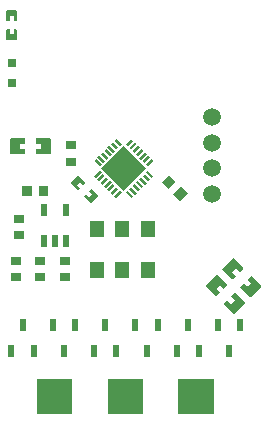
<source format=gtp>
G04 Layer: TopPasteMaskLayer*
G04 EasyEDA v6.4.24, 2021-09-13T20:31:56+08:00*
G04 7c28fe87c5d546dabd79321d24f41f1d,34bb6763e28e4bbdb854ef51fa08daf4,10*
G04 Gerber Generator version 0.2*
G04 Scale: 100 percent, Rotated: No, Reflected: No *
G04 Dimensions in millimeters *
G04 leading zeros omitted , absolute positions ,4 integer and 5 decimal *
%FSLAX45Y45*%
%MOMM*%

%ADD16C,1.5000*%
%ADD17R,0.8000X0.8000*%
%ADD20R,0.9000X0.8000*%
%ADD22R,1.2000X1.4000*%
%ADD24R,0.5320X1.0375*%
%ADD26R,0.6000X1.0000*%

%LPD*%
G36*
X-252018Y-527050D02*
G01*
X-257048Y-532028D01*
X-257048Y-612038D01*
X-252018Y-617067D01*
X-229260Y-617067D01*
X-229260Y-580034D01*
X-196240Y-580034D01*
X-196240Y-617067D01*
X-172059Y-617067D01*
X-167030Y-612038D01*
X-167030Y-532028D01*
X-172059Y-527050D01*
G37*
G36*
X-252018Y-687070D02*
G01*
X-257048Y-692048D01*
X-257048Y-771042D01*
X-252018Y-776071D01*
X-172059Y-776071D01*
X-167030Y-771042D01*
X-167030Y-692048D01*
X-172059Y-687070D01*
X-196240Y-687070D01*
X-196240Y-725068D01*
X-229260Y-725068D01*
X-229260Y-687070D01*
G37*
G36*
X-3302Y-1609394D02*
G01*
X-8280Y-1614424D01*
X-7823Y-1656384D01*
X36220Y-1656384D01*
X36220Y-1701393D01*
X-8788Y-1701393D01*
X-8280Y-1742389D01*
X-3302Y-1747418D01*
X111709Y-1747418D01*
X116687Y-1742389D01*
X116687Y-1614424D01*
X111709Y-1609394D01*
G37*
G36*
X-218287Y-1609394D02*
G01*
X-223316Y-1614424D01*
X-223316Y-1742389D01*
X-218287Y-1747418D01*
X-103276Y-1747418D01*
X-98298Y-1742389D01*
X-98806Y-1701393D01*
X-142798Y-1701393D01*
X-142798Y-1656384D01*
X-98298Y-1656384D01*
X-98298Y-1614424D01*
X-103276Y-1609394D01*
G37*
G36*
X459079Y-2040839D02*
G01*
X442976Y-2056942D01*
X469138Y-2083104D01*
X445770Y-2106422D01*
X419608Y-2080260D01*
X402488Y-2097379D01*
X402488Y-2104440D01*
X459079Y-2161032D01*
X466140Y-2161032D01*
X522732Y-2104440D01*
X522732Y-2097379D01*
X466140Y-2040839D01*
G37*
G36*
X346659Y-1928368D02*
G01*
X290068Y-1984959D01*
X290068Y-1992020D01*
X345948Y-2047900D01*
X353009Y-2047900D01*
X370128Y-2030780D01*
X343255Y-2003907D01*
X366572Y-1980590D01*
X393446Y-2007412D01*
X409600Y-1991309D01*
X409600Y-1984248D01*
X353720Y-1928368D01*
G37*
G36*
X1674114Y-2919933D02*
G01*
X1644751Y-2949956D01*
X1675841Y-2981096D01*
X1644040Y-3012897D01*
X1612239Y-2981096D01*
X1583588Y-3010408D01*
X1583588Y-3017469D01*
X1664919Y-3098800D01*
X1671980Y-3098800D01*
X1762506Y-3008325D01*
X1762506Y-3001213D01*
X1681175Y-2919933D01*
G37*
G36*
X1522069Y-2767888D02*
G01*
X1431544Y-2858414D01*
X1431544Y-2865475D01*
X1512874Y-2946806D01*
X1519936Y-2946806D01*
X1548587Y-2917444D01*
X1517446Y-2886303D01*
X1549298Y-2854502D01*
X1580743Y-2885948D01*
X1610461Y-2856280D01*
X1610461Y-2849219D01*
X1529130Y-2767888D01*
G37*
G36*
X1813814Y-2780233D02*
G01*
X1784451Y-2810256D01*
X1815541Y-2841396D01*
X1783740Y-2873197D01*
X1751939Y-2841396D01*
X1723288Y-2870708D01*
X1723288Y-2877769D01*
X1804619Y-2959100D01*
X1811680Y-2959100D01*
X1902206Y-2868625D01*
X1902206Y-2861513D01*
X1820875Y-2780233D01*
G37*
G36*
X1661769Y-2628188D02*
G01*
X1571244Y-2718714D01*
X1571244Y-2725775D01*
X1652574Y-2807106D01*
X1659636Y-2807106D01*
X1688287Y-2777744D01*
X1657146Y-2746603D01*
X1688998Y-2714802D01*
X1720443Y-2746248D01*
X1750161Y-2716580D01*
X1750161Y-2709519D01*
X1668830Y-2628188D01*
G37*
D16*
G01*
X1485900Y-1651000D03*
G01*
X1485900Y-1866900D03*
G01*
X1485900Y-1435100D03*
G01*
X1485900Y-2082800D03*
D17*
G01*
X-212039Y-972870D03*
G01*
X-212039Y-1143050D03*
G36*
X1221432Y-2021392D02*
G01*
X1278001Y-2077961D01*
X1214361Y-2141601D01*
X1157792Y-2085032D01*
G37*
G36*
X1122438Y-1922398D02*
G01*
X1179007Y-1978967D01*
X1115367Y-2042607D01*
X1058798Y-1986038D01*
G37*
D20*
G01*
X292100Y-1809902D03*
G01*
X292100Y-1669897D03*
G36*
X17299Y-2012398D02*
G01*
X97299Y-2012398D01*
X97299Y-2102401D01*
X17299Y-2102401D01*
G37*
G36*
X-122699Y-2012398D02*
G01*
X-42699Y-2012398D01*
X-42699Y-2102401D01*
X-122699Y-2102401D01*
G37*
G01*
X-152400Y-2292197D03*
G01*
X-152400Y-2432202D03*
G01*
X-177800Y-2647797D03*
G01*
X-177800Y-2787802D03*
G01*
X241300Y-2647797D03*
G01*
X241300Y-2787802D03*
G01*
X25400Y-2787802D03*
G01*
X25400Y-2647797D03*
D22*
G01*
X508000Y-2379192D03*
G01*
X508000Y-2726207D03*
G01*
X723900Y-2379192D03*
G01*
X723900Y-2726207D03*
G01*
X939800Y-2379192D03*
G01*
X939800Y-2726207D03*
G36*
X0Y-3649979D02*
G01*
X299999Y-3649979D01*
X299999Y-3949979D01*
X0Y-3949979D01*
G37*
G36*
X599998Y-3649979D02*
G01*
X899998Y-3649979D01*
X899998Y-3949979D01*
X599998Y-3949979D01*
G37*
G36*
X1199997Y-3649979D02*
G01*
X1499996Y-3649979D01*
X1499996Y-3949979D01*
X1199997Y-3949979D01*
G37*
D24*
G01*
X-215011Y-3410127D03*
G01*
X-24993Y-3410127D03*
G01*
X-119989Y-3189884D03*
G01*
X324993Y-3189884D03*
G01*
X135001Y-3189884D03*
G01*
X229996Y-3410127D03*
G01*
X484987Y-3410127D03*
G01*
X675004Y-3410127D03*
G01*
X580009Y-3189884D03*
G01*
X1024991Y-3189884D03*
G01*
X834999Y-3189884D03*
G01*
X929995Y-3410127D03*
G01*
X1185011Y-3410127D03*
G01*
X1375003Y-3410127D03*
G01*
X1280007Y-3189884D03*
G01*
X1724990Y-3189884D03*
G01*
X1534998Y-3189884D03*
G01*
X1629994Y-3410127D03*
D26*
G01*
X57404Y-2219502D03*
G01*
X247395Y-2219502D03*
G01*
X247395Y-2479522D03*
G01*
X152400Y-2479522D03*
G01*
X57404Y-2479522D03*
G36*
X485434Y-1932518D02*
G01*
X532457Y-1885495D01*
X548297Y-1901334D01*
X501274Y-1948357D01*
G37*
G36*
X513720Y-1960803D02*
G01*
X560740Y-1913780D01*
X576579Y-1929620D01*
X529559Y-1976643D01*
G37*
G36*
X542005Y-1989089D02*
G01*
X589028Y-1942066D01*
X604865Y-1957903D01*
X557842Y-2004926D01*
G37*
G36*
X570288Y-2017372D02*
G01*
X617311Y-1970351D01*
X633148Y-1986188D01*
X586127Y-2033211D01*
G37*
G36*
X598573Y-2045657D02*
G01*
X645596Y-1998634D01*
X661433Y-2014471D01*
X614410Y-2061494D01*
G37*
G36*
X626856Y-2073940D02*
G01*
X673879Y-2026920D01*
X689719Y-2042759D01*
X642696Y-2089779D01*
G37*
G36*
X655142Y-2102225D02*
G01*
X702165Y-2055202D01*
X718004Y-2071042D01*
X670981Y-2118065D01*
G37*
G36*
X802218Y-2118065D02*
G01*
X818057Y-2102225D01*
X771034Y-2055202D01*
X755195Y-2071042D01*
G37*
G36*
X830503Y-2089779D02*
G01*
X846343Y-2073940D01*
X799320Y-2026920D01*
X783480Y-2042759D01*
G37*
G36*
X858789Y-2061494D02*
G01*
X874626Y-2045657D01*
X827603Y-1998634D01*
X811766Y-2014471D01*
G37*
G36*
X887072Y-2033211D02*
G01*
X902911Y-2017372D01*
X855888Y-1970351D01*
X840051Y-1986188D01*
G37*
G36*
X915357Y-2004926D02*
G01*
X931194Y-1989089D01*
X884171Y-1942066D01*
X868334Y-1957903D01*
G37*
G36*
X943640Y-1976643D02*
G01*
X959479Y-1960803D01*
X912459Y-1913780D01*
X896620Y-1929620D01*
G37*
G36*
X971925Y-1948357D02*
G01*
X987765Y-1932518D01*
X940742Y-1885495D01*
X924902Y-1901334D01*
G37*
G36*
X971925Y-1785442D02*
G01*
X924902Y-1832465D01*
X940742Y-1848304D01*
X987765Y-1801281D01*
G37*
G36*
X943640Y-1757156D02*
G01*
X896620Y-1804179D01*
X912459Y-1820019D01*
X959479Y-1772996D01*
G37*
G36*
X915357Y-1728873D02*
G01*
X868334Y-1775896D01*
X884171Y-1791733D01*
X931194Y-1744710D01*
G37*
G36*
X887072Y-1700588D02*
G01*
X840051Y-1747611D01*
X855888Y-1763448D01*
X902911Y-1716427D01*
G37*
G36*
X858789Y-1672305D02*
G01*
X811766Y-1719328D01*
X827603Y-1735165D01*
X874626Y-1688142D01*
G37*
G36*
X830503Y-1644020D02*
G01*
X783480Y-1691040D01*
X799320Y-1706879D01*
X846343Y-1659859D01*
G37*
G36*
X802218Y-1615734D02*
G01*
X755195Y-1662757D01*
X771034Y-1678597D01*
X818057Y-1631574D01*
G37*
G36*
X702165Y-1678597D02*
G01*
X718004Y-1662757D01*
X670981Y-1615734D01*
X655142Y-1631574D01*
G37*
G36*
X673879Y-1706879D02*
G01*
X689719Y-1691040D01*
X642696Y-1644020D01*
X626856Y-1659859D01*
G37*
G36*
X645596Y-1735165D02*
G01*
X661433Y-1719328D01*
X614410Y-1672305D01*
X598573Y-1688142D01*
G37*
G36*
X617311Y-1763448D02*
G01*
X633148Y-1747611D01*
X586127Y-1700588D01*
X570288Y-1716427D01*
G37*
G36*
X589028Y-1791733D02*
G01*
X604865Y-1775896D01*
X557842Y-1728873D01*
X542005Y-1744710D01*
G37*
G36*
X560740Y-1820019D02*
G01*
X576579Y-1804179D01*
X529559Y-1757156D01*
X513720Y-1772996D01*
G37*
G36*
X532457Y-1848304D02*
G01*
X548297Y-1832465D01*
X501274Y-1785442D01*
X485434Y-1801281D01*
G37*
G36*
X736600Y-1675980D02*
G01*
X927519Y-1866900D01*
X736600Y-2057819D01*
X545680Y-1866900D01*
G37*
M02*

</source>
